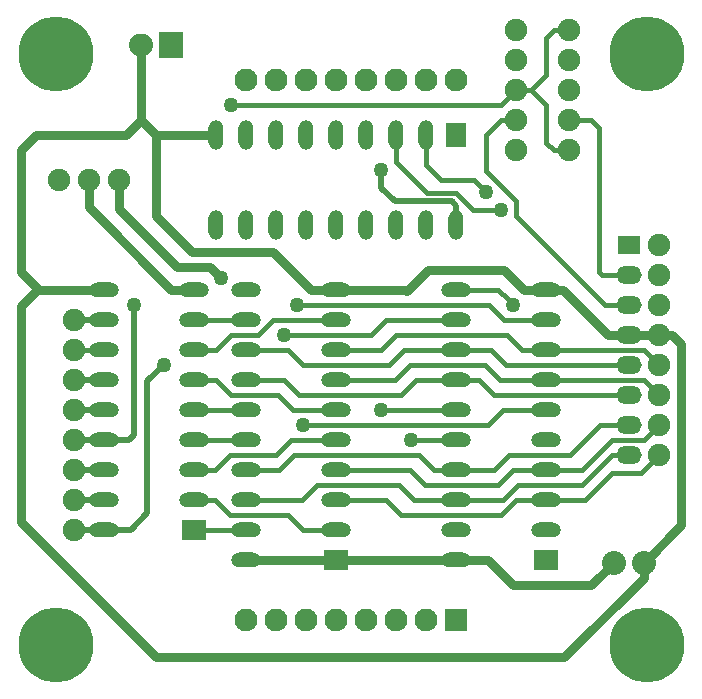
<source format=gbl>
G04 Layer_Physical_Order=2*
G04 Layer_Color=16711680*
%FSLAX25Y25*%
%MOIN*%
G70*
G01*
G75*
%ADD10C,0.02000*%
%ADD11C,0.03000*%
%ADD12C,0.01500*%
%ADD13C,0.07500*%
%ADD14C,0.08000*%
%ADD15O,0.10000X0.05000*%
%ADD16R,0.08000X0.07000*%
%ADD17R,0.07000X0.08000*%
%ADD18O,0.05000X0.10000*%
%ADD19R,0.07500X0.06000*%
%ADD20O,0.08500X0.06000*%
%ADD21R,0.07600X0.07600*%
%ADD22C,0.07600*%
%ADD23C,0.25000*%
%ADD24O,0.08000X0.07600*%
%ADD25R,0.08000X0.08500*%
%ADD26C,0.05000*%
D10*
X310000Y277500D02*
Y321000D01*
X314500Y251500D02*
Y295500D01*
X320000Y301000D01*
X300000Y276000D02*
X308500D01*
X310000Y277500D01*
X392500Y360000D02*
Y366000D01*
X309000Y246000D02*
X314500Y251500D01*
X300000Y246000D02*
X309000D01*
X290000D02*
X300000D01*
X290000Y256000D02*
X300000D01*
X290000Y266000D02*
X300000D01*
X290000Y276000D02*
X300000D01*
X290000Y286000D02*
X300000D01*
X290000Y296000D02*
X300000D01*
X290000Y316000D02*
X300000D01*
X417500Y347500D02*
Y354000D01*
X392500Y360000D02*
X397000Y355500D01*
X416000D01*
X417500Y354000D01*
D11*
X272500Y248500D02*
X317500Y203500D01*
Y350500D02*
Y377500D01*
Y350500D02*
X329500Y338500D01*
X356500D01*
X335500Y333500D02*
X339000Y330000D01*
X324500Y333500D02*
X335500D01*
X305000Y353000D02*
X324500Y333500D01*
X356500Y338500D02*
X369000Y326000D01*
X377500D01*
X305000Y353000D02*
Y362500D01*
X295000Y353500D02*
Y362500D01*
Y353500D02*
X322500Y326000D01*
X272500Y372500D02*
X277500Y377500D01*
X307500D01*
X312500Y382500D01*
X317500Y377500D02*
X337500D01*
X312500Y382500D02*
X317500Y377500D01*
X312500Y382500D02*
Y407500D01*
X322500Y326000D02*
X330000D01*
X317500Y203500D02*
X453500D01*
X480000Y230000D01*
Y235000D01*
X485000Y311000D02*
X489500D01*
X475000D02*
X485000D01*
X468000D02*
X475000D01*
X440000Y326000D02*
X447500D01*
X433500Y332500D02*
X440000Y326000D01*
X408000Y332500D02*
X433500D01*
X347500Y236000D02*
X377500D01*
X417500D01*
X428000D01*
X436500Y227500D01*
X462500D01*
X470000Y235000D01*
X447500Y326000D02*
X453000D01*
X468000Y311000D01*
X480000Y235000D02*
X492500Y247500D01*
Y308000D01*
X489500Y311000D02*
X492500Y308000D01*
X377500Y326000D02*
X400500D01*
X401000Y325500D01*
X408000Y332500D01*
X272500Y332000D02*
Y372500D01*
Y248500D02*
Y320500D01*
X278250Y326250D01*
X278500Y326000D02*
X300000D01*
X278250Y326250D02*
X278500Y326000D01*
X272500Y332000D02*
X278250Y326250D01*
D12*
X290000Y306000D02*
X300000D01*
X434750Y322750D02*
X436500Y321000D01*
X434654Y322750D02*
X434750D01*
X431404Y326000D02*
X434654Y322750D01*
X417500Y326000D02*
X431404D01*
X434000Y301000D02*
X475000D01*
X429000Y306000D02*
X434000Y301000D01*
X417500Y306000D02*
X429000D01*
X356500Y316000D02*
X377500D01*
X351500Y311000D02*
X356500Y316000D01*
X364500Y321000D02*
X428500D01*
X366500Y281000D02*
X428000D01*
X402500Y276000D02*
X417500D01*
X400000Y306000D02*
X417500D01*
X347500D02*
X361500D01*
X480000D02*
X485000Y301000D01*
X447500Y306000D02*
X480000D01*
X439500D02*
X447500D01*
X434500Y311000D02*
X439500Y306000D01*
X361500D02*
X366500Y301000D01*
X395000D01*
X400000Y306000D01*
X377500D02*
X392500D01*
X397500Y311000D01*
X434500D01*
X480000Y296000D02*
X485000Y291000D01*
X447500Y296000D02*
X480000D01*
X432000D02*
X447500D01*
X427000Y301000D02*
X432000Y296000D01*
X402000Y301000D02*
X427000D01*
X397000Y296000D02*
X402000Y301000D01*
X377500Y296000D02*
X397000D01*
X430000Y291000D02*
X475000D01*
X425000Y296000D02*
X430000Y291000D01*
X417500Y296000D02*
X425000D01*
X404000D02*
X417500D01*
X399000Y291000D02*
X404000Y296000D01*
X360000D02*
X365000Y291000D01*
X347500Y296000D02*
X360000D01*
X480000Y276000D02*
X485000Y281000D01*
X469500Y276000D02*
X480000D01*
X459500Y266000D02*
X469500Y276000D01*
X447500Y266000D02*
X459500D01*
X436500D02*
X447500D01*
X431500Y261000D02*
X436500Y266000D01*
X465500Y281000D02*
X475000D01*
X455500Y271000D02*
X465500Y281000D01*
X435000Y271000D02*
X455500D01*
X430000Y266000D02*
X435000Y271000D01*
X417500Y266000D02*
X430000D01*
X469500Y271000D02*
X475000D01*
X459500Y261000D02*
X469500Y271000D01*
X438000Y261000D02*
X459500D01*
X433000Y256000D02*
X438000Y261000D01*
X417500Y256000D02*
X433000D01*
X447500D02*
X460500D01*
X469500Y265000D01*
X479000D01*
X485000Y271000D01*
X437500Y256000D02*
X447500D01*
X432500Y251000D02*
X437500Y256000D01*
X399000Y251000D02*
X432500D01*
X394000Y256000D02*
X399000Y251000D01*
X377500Y256000D02*
X394000D01*
X403500D02*
X417500D01*
X377500Y266000D02*
X402000D01*
X407000Y261000D01*
X431500D01*
X398500D02*
X403500Y256000D01*
X371000Y261000D02*
X398500D01*
X366000Y256000D02*
X371000Y261000D01*
X347500Y256000D02*
X366000D01*
X410000Y266000D02*
X417500D01*
X405000Y271000D02*
X410000Y266000D01*
X363500Y271000D02*
X405000D01*
X358500Y266000D02*
X363500Y271000D01*
X347500Y266000D02*
X358500D01*
X330000Y246000D02*
X347500D01*
X366500D02*
X377500D01*
X361500Y251000D02*
X366500Y246000D01*
X342000Y251000D02*
X361500D01*
X337000Y256000D02*
X342000Y251000D01*
X330000Y256000D02*
X337000D01*
X330000Y266000D02*
X337000D01*
X342000Y271000D01*
X365000Y291000D02*
X399000D01*
X342000Y271000D02*
X357500D01*
X362500Y276000D01*
X377500D01*
X330000D02*
X347500D01*
X330000Y286000D02*
X347500D01*
X330000Y296000D02*
X337500D01*
X342500Y291000D01*
X358000D01*
X363000Y286000D01*
X377500D01*
X330000Y306000D02*
X337500D01*
X330000Y316000D02*
X347500D01*
X394000D02*
X417500D01*
X337500Y306000D02*
X342500Y311000D01*
X433500Y316000D02*
X447500D01*
X428500Y321000D02*
X433500Y316000D01*
X342500Y311000D02*
X351500D01*
X389000D02*
X394000Y316000D01*
X360000Y311000D02*
X389000D01*
X428000Y281000D02*
X433000Y286000D01*
X447500D01*
X392500D02*
X417500D01*
X397500Y368500D02*
Y377500D01*
X407500Y367500D02*
Y377500D01*
Y367500D02*
X412500Y362500D01*
X467000Y321000D02*
X475000D01*
X465000Y332000D02*
X466000Y331000D01*
X475000D01*
X437500Y350500D02*
X467000Y321000D01*
X432500Y387500D02*
X437500Y392500D01*
X342500Y387500D02*
X432500D01*
X397500Y368500D02*
X407750Y358250D01*
X417500D02*
X423250Y352500D01*
X407750Y358250D02*
X417500D01*
X423500Y362500D02*
X427500Y358500D01*
X412500Y362500D02*
X423500D01*
X423250Y352500D02*
X432500D01*
X437500Y350500D02*
Y355500D01*
X427500Y365500D02*
X437500Y355500D01*
X427500Y365500D02*
Y377500D01*
X432500Y382500D01*
X437500D01*
Y392500D02*
X442500D01*
X447500Y387500D01*
Y375000D02*
Y387500D01*
Y375000D02*
X450000Y372500D01*
X455000D01*
X442500Y392500D02*
X447500Y397500D01*
Y410000D01*
X450000Y412500D01*
X455000D01*
X465000Y332000D02*
Y380000D01*
X462500Y382500D02*
X465000Y380000D01*
X455000Y382500D02*
X462500D01*
D13*
X305000Y362500D02*
D03*
X295000D02*
D03*
X285000D02*
D03*
X290000Y246000D02*
D03*
Y276000D02*
D03*
Y286000D02*
D03*
Y316000D02*
D03*
Y306000D02*
D03*
Y296000D02*
D03*
Y266000D02*
D03*
Y256000D02*
D03*
X485000Y271000D02*
D03*
Y281000D02*
D03*
Y291000D02*
D03*
Y301000D02*
D03*
Y311000D02*
D03*
Y321000D02*
D03*
Y331000D02*
D03*
Y341000D02*
D03*
X455000Y372500D02*
D03*
Y382500D02*
D03*
Y392500D02*
D03*
Y402500D02*
D03*
Y412500D02*
D03*
X437500D02*
D03*
Y402500D02*
D03*
Y392500D02*
D03*
Y382500D02*
D03*
Y372500D02*
D03*
D14*
X480000Y235000D02*
D03*
X470000D02*
D03*
D15*
X300000Y246000D02*
D03*
Y256000D02*
D03*
Y266000D02*
D03*
Y276000D02*
D03*
Y286000D02*
D03*
Y296000D02*
D03*
Y306000D02*
D03*
Y316000D02*
D03*
Y326000D02*
D03*
X330000D02*
D03*
Y316000D02*
D03*
Y306000D02*
D03*
Y296000D02*
D03*
Y286000D02*
D03*
Y276000D02*
D03*
Y266000D02*
D03*
Y256000D02*
D03*
X377500Y246000D02*
D03*
Y256000D02*
D03*
Y266000D02*
D03*
Y276000D02*
D03*
Y286000D02*
D03*
Y296000D02*
D03*
Y306000D02*
D03*
Y316000D02*
D03*
Y326000D02*
D03*
X347500D02*
D03*
Y316000D02*
D03*
Y306000D02*
D03*
Y296000D02*
D03*
Y286000D02*
D03*
Y276000D02*
D03*
Y266000D02*
D03*
Y256000D02*
D03*
Y246000D02*
D03*
Y236000D02*
D03*
X417500D02*
D03*
Y246000D02*
D03*
Y256000D02*
D03*
Y266000D02*
D03*
Y276000D02*
D03*
Y286000D02*
D03*
Y296000D02*
D03*
Y306000D02*
D03*
Y316000D02*
D03*
Y326000D02*
D03*
X447500D02*
D03*
Y316000D02*
D03*
Y306000D02*
D03*
Y296000D02*
D03*
Y286000D02*
D03*
Y276000D02*
D03*
Y266000D02*
D03*
Y256000D02*
D03*
Y246000D02*
D03*
D16*
X330000D02*
D03*
X377500Y236000D02*
D03*
X447500D02*
D03*
D17*
X417500Y377500D02*
D03*
D18*
X407500D02*
D03*
X397500D02*
D03*
X387500D02*
D03*
X377500D02*
D03*
X367500D02*
D03*
X357500D02*
D03*
X347500D02*
D03*
X337500D02*
D03*
Y347500D02*
D03*
X347500D02*
D03*
X357500D02*
D03*
X367500D02*
D03*
X377500D02*
D03*
X387500D02*
D03*
X397500D02*
D03*
X407500D02*
D03*
X417500D02*
D03*
D19*
X475000Y341000D02*
D03*
D20*
Y271000D02*
D03*
Y281000D02*
D03*
Y291000D02*
D03*
Y301000D02*
D03*
Y311000D02*
D03*
Y321000D02*
D03*
Y331000D02*
D03*
D21*
X417500Y216000D02*
D03*
D22*
X407500D02*
D03*
X397500D02*
D03*
X347500D02*
D03*
X357500D02*
D03*
X367500D02*
D03*
X377500D02*
D03*
X387500D02*
D03*
X347500Y396000D02*
D03*
X357500D02*
D03*
X367500D02*
D03*
X377500D02*
D03*
X387500D02*
D03*
X397500D02*
D03*
X407500D02*
D03*
X417500D02*
D03*
D23*
X284075Y404425D02*
D03*
X480925D02*
D03*
X284075Y207575D02*
D03*
X480925D02*
D03*
D24*
X312500Y407500D02*
D03*
D25*
X322500D02*
D03*
D26*
X310000Y321000D02*
D03*
X339000Y330000D02*
D03*
X342500Y387500D02*
D03*
X320000Y301000D02*
D03*
X436500Y321000D02*
D03*
X364500D02*
D03*
X366500Y281000D02*
D03*
X392500Y366000D02*
D03*
X402500Y276000D02*
D03*
X360000Y311000D02*
D03*
X392500Y286000D02*
D03*
X427500Y358500D02*
D03*
X432500Y352500D02*
D03*
M02*

</source>
